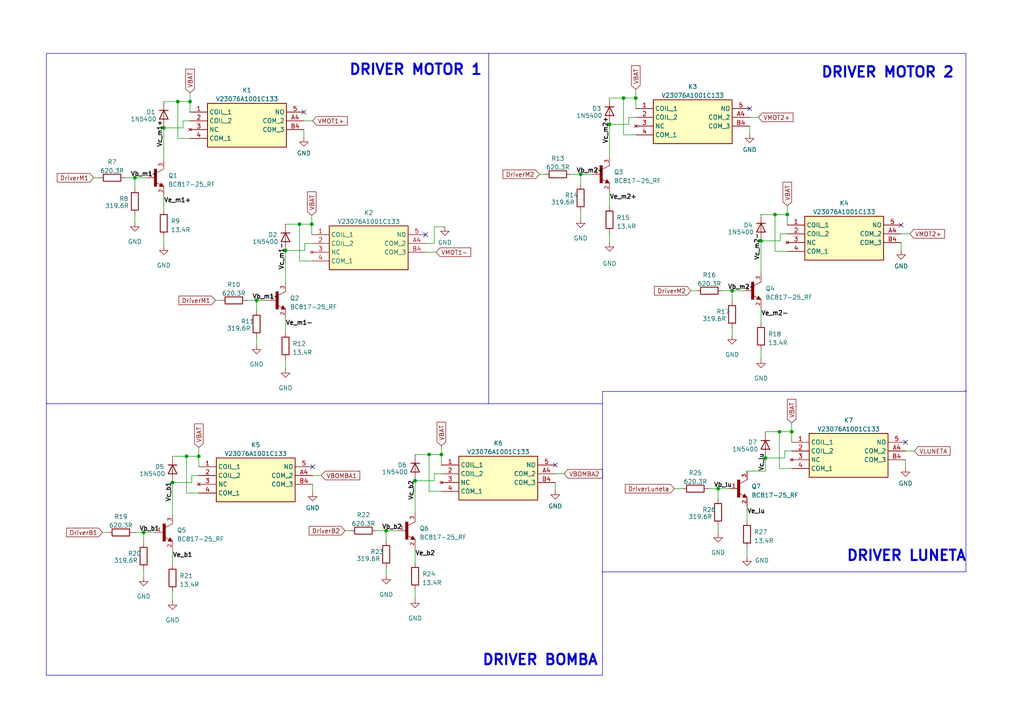
<source format=kicad_sch>
(kicad_sch (version 20230121) (generator eeschema)
  (paper "A4")
  (title_block (title "Projecte Netejaparabrises - Grup 4 Tarda") (date "2023-03-30") (rev "v1.0.30032023"))
  (lib_symbols
    (symbol "BC817-25_RF:BC817-25_RF" (pin_names (offset 1.016))
      (property "Reference" "Q" (at -10.16 7.62 0))
      (property "Value" "BC817-25_RF" (at -10.16 -7.62 0))
      (symbol "BC817-25_RF_0_0"
        (rectangle (start -0.254 -2.54) (end 0.508 2.54) (stroke (width 0.1)) (fill (type outline)))
        (polyline (pts (xy 1.27 -2.54) (xy 1.778 -1.524)) (stroke (width 0.1524)))
        (polyline (pts (xy 1.524 -2.413) (xy 2.286 -2.413)) (stroke (width 0.254)))
        (polyline (pts (xy 1.524 -2.286) (xy 1.905 -2.286)) (stroke (width 0.254)))
        (polyline (pts (xy 1.54 -2.04) (xy 0.308 -1.424)) (stroke (width 0.1524)))
        (polyline (pts (xy 1.778 -1.778) (xy 1.524 -2.286)) (stroke (width 0.254)))
        (polyline (pts (xy 1.778 -1.524) (xy 2.54 -2.54)) (stroke (width 0.1524)))
        (polyline (pts (xy 1.905 -2.286) (xy 1.778 -2.032)) (stroke (width 0.254)))
        (polyline (pts (xy 2.286 -2.413) (xy 1.778 -1.778)) (stroke (width 0.254)))
        (polyline (pts (xy 2.54 -2.54) (xy 1.27 -2.54)) (stroke (width 0.1524)))
        (polyline (pts (xy 2.54 2.54) (xy 0.508 1.524)) (stroke (width 0.1524)))
        (pin passive line (at -2.54 0 0) (length 2.54) (name "~") (number "1"))
        (pin passive line (at 2.54 -5.08 90) (length 2.54) (name "~") (number "2"))
        (pin passive line (at 2.54 5.08 270) (length 2.54) (name "~") (number "3"))
      )
    )
    (symbol "Device:R" (pin_numbers hide) (pin_names (offset 0))
      (property "Reference" "R" (at 2.032 0 90))
      (property "Value" "R" (at 0 0 90))
      (symbol "R_0_1"
        (rectangle (start -1.016 -2.54) (end 1.016 2.54) (stroke (width 0.254)))
      )
      (symbol "R_1_1"
        (pin passive line (at 0 3.81 270) (length 1.27) (name "~") (number "1"))
        (pin passive line (at 0 -3.81 90) (length 1.27) (name "~") (number "2"))
      )
    )
    (symbol "Diode:1N5400" (pin_numbers hide) (pin_names hide)
      (property "Reference" "D" (at 0 2.54 0))
      (property "Value" "1N5400" (at 0 -2.54 0))
      (symbol "1N5400_0_1"
        (polyline (pts (xy -1.27 1.27) (xy -1.27 -1.27)) (stroke (width 0.254)))
        (polyline (pts (xy 1.27 0) (xy -1.27 0)))
        (polyline (pts (xy 1.27 1.27) (xy 1.27 -1.27) (xy -1.27 0) (xy 1.27 1.27)) (stroke (width 0.254)))
      )
      (symbol "1N5400_1_1"
        (pin passive line (at -3.81 0 0) (length 2.54) (name "K") (number "1"))
        (pin passive line (at 3.81 0 180) (length 2.54) (name "A") (number "2"))
      )
    )
    (symbol "V23076A1001C133:V23076A1001C133"
      (property "Reference" "K" (at 29.21 7.62 0))
      (property "Value" "V23076A1001C133" (at 29.21 5.08 0))
      (symbol "V23076A1001C133_1_1"
        (rectangle (start 5.08 2.54) (end 27.94 -10.16) (stroke (width 0.254)) (fill (type background)))
        (pin passive line (at 0 0 0) (length 5.08) (name "COIL_1") (number "1"))
        (pin passive line (at 0 -2.54 0) (length 5.08) (name "COIL_2") (number "2"))
        (pin no_connect line (at 0 -5.08 0) (length 5.08) (name "NC") (number "3"))
        (pin passive line (at 0 -7.62 0) (length 5.08) (name "COM_1") (number "4"))
        (pin passive line (at 33.02 0 180) (length 5.08) (name "NO") (number "5"))
        (pin passive line (at 33.02 -2.54 180) (length 5.08) (name "COM_2") (number "A4"))
        (pin passive line (at 33.02 -5.08 180) (length 5.08) (name "COM_3") (number "B4"))
      )
    )
    (symbol "power:GND" (power) (pin_names (offset 0))
      (property "Value" "GND" (at 0 -3.81 0))
      (symbol "GND_0_1"
        (polyline (pts (xy 0 0) (xy 0 -1.27) (xy 1.27 -1.27) (xy 0 -2.54) (xy -1.27 -1.27) (xy 0 -1.27)))
      )
      (symbol "GND_1_1"
        (pin power_in line (at 0 0 270) (length 0) hide (name "GND") (number "1"))
      )
    )
  )
  (junction (at 55.118 29.464))
  (junction (at 128.016 131.826))
  (junction (at 57.658 132.334))
  (junction (at 221.996 132.842))
  (junction (at 39.116 51.562))
  (junction (at 82.804 72.644))
  (junction (at 226.06 125.222))
  (junction (at 229.616 125.222))
  (junction (at 112.014 153.924))
  (junction (at 224.79 62.23))
  (junction (at 74.422 87.122))
  (junction (at 120.396 139.446))
  (junction (at 208.28 141.732))
  (junction (at 41.656 154.432))
  (junction (at 220.726 69.85))
  (junction (at 51.562 29.464))
  (junction (at 168.402 50.546))
  (junction (at 228.346 62.23))
  (junction (at 50.038 139.954))
  (junction (at 124.46 131.826))
  (junction (at 90.424 65.024))
  (junction (at 54.102 132.334))
  (junction (at 184.404 28.448))
  (junction (at 47.498 37.084))
  (junction (at 176.784 36.068))
  (junction (at 180.848 28.448))
  (junction (at 86.868 65.024))
  (junction (at 212.344 84.328))
  (no_connect (at 90.678 135.382))
  (no_connect (at 161.036 134.874))
  (no_connect (at 123.444 68.072))
  (no_connect (at 261.366 65.278))
  (no_connect (at 217.424 31.496))
  (no_connect (at 88.138 32.512))
  (no_connect (at 262.636 128.27))
  (wire (pts (xy 50.038 132.334) (xy 54.102 132.334)))
  (wire (pts (xy 229.616 125.222) (xy 229.616 128.27)))
  (wire (pts (xy 90.678 140.462) (xy 90.678 142.748)))
  (wire (pts (xy 182.372 34.036) (xy 184.404 34.036)))
  (wire (pts (xy 226.314 69.85) (xy 226.314 67.818)))
  (wire (pts (xy 82.804 104.14) (xy 82.804 106.934)))
  (wire (pts (xy 226.06 125.222) (xy 229.616 125.222)))
  (wire (pts (xy 176.784 28.448) (xy 180.848 28.448)))
  (wire (pts (xy 176.784 67.564) (xy 176.784 70.358)))
  (wire (pts (xy 176.784 36.068) (xy 176.784 45.466)))
  (wire (pts (xy 47.498 37.084) (xy 47.498 46.482)))
  (wire (pts (xy 156.464 50.546) (xy 157.988 50.546)))
  (wire (pts (xy 86.868 75.692) (xy 86.868 65.024)))
  (polyline (pts (xy 174.752 165.862) (xy 174.752 165.608)))
  (wire (pts (xy 120.396 139.446) (xy 125.984 139.446)))
  (wire (pts (xy 82.804 92.202) (xy 82.804 96.52)))
  (wire (pts (xy 228.346 72.898) (xy 224.79 72.898)))
  (wire (pts (xy 216.662 136.652) (xy 221.996 136.652)))
  (wire (pts (xy 212.344 84.328) (xy 215.646 84.328)))
  (wire (pts (xy 180.848 28.448) (xy 184.404 28.448)))
  (wire (pts (xy 82.804 72.644) (xy 82.804 82.042)))
  (wire (pts (xy 112.014 164.592) (xy 112.014 166.878)))
  (wire (pts (xy 90.678 137.922) (xy 93.218 137.922)))
  (wire (pts (xy 88.392 70.612) (xy 90.424 70.612)))
  (polyline (pts (xy 13.462 117.094) (xy 13.462 195.834)))
  (wire (pts (xy 82.804 72.644) (xy 88.392 72.644)))
  (wire (pts (xy 229.616 122.682) (xy 229.616 125.222)))
  (wire (pts (xy 41.656 165.1) (xy 41.656 167.386)))
  (wire (pts (xy 228.346 59.69) (xy 228.346 62.23)))
  (wire (pts (xy 47.498 56.642) (xy 47.498 60.96)))
  (wire (pts (xy 176.784 36.068) (xy 182.372 36.068)))
  (wire (pts (xy 112.014 156.972) (xy 112.014 153.924)))
  (wire (pts (xy 125.984 65.786) (xy 129.032 65.786)))
  (wire (pts (xy 55.626 139.954) (xy 55.626 137.922)))
  (polyline (pts (xy 141.732 117.094) (xy 13.462 117.094)))
  (wire (pts (xy 212.344 94.996) (xy 212.344 97.282)))
  (wire (pts (xy 55.626 137.922) (xy 57.658 137.922)))
  (wire (pts (xy 120.396 170.942) (xy 120.396 173.736)))
  (wire (pts (xy 86.868 65.024) (xy 90.424 65.024)))
  (wire (pts (xy 109.22 153.924) (xy 112.014 153.924)))
  (wire (pts (xy 176.784 55.626) (xy 176.784 59.944)))
  (wire (pts (xy 128.016 142.494) (xy 124.46 142.494)))
  (wire (pts (xy 182.372 36.068) (xy 182.372 34.036)))
  (wire (pts (xy 128.016 131.826) (xy 128.016 134.874)))
  (wire (pts (xy 261.366 67.818) (xy 263.906 67.818)))
  (wire (pts (xy 47.498 68.58) (xy 47.498 71.374)))
  (wire (pts (xy 120.396 131.826) (xy 124.46 131.826)))
  (wire (pts (xy 123.444 70.612) (xy 125.984 70.612)))
  (wire (pts (xy 161.036 139.954) (xy 161.036 142.24)))
  (wire (pts (xy 38.862 154.432) (xy 41.656 154.432)))
  (wire (pts (xy 168.402 53.594) (xy 168.402 50.546)))
  (polyline (pts (xy 13.462 117.094) (xy 13.462 116.586)))
  (wire (pts (xy 41.656 157.48) (xy 41.656 154.432)))
  (wire (pts (xy 29.718 154.432) (xy 31.242 154.432)))
  (wire (pts (xy 224.79 62.23) (xy 228.346 62.23)))
  (wire (pts (xy 200.406 84.328) (xy 201.93 84.328)))
  (polyline (pts (xy 280.162 165.862) (xy 174.752 165.862)))
  (wire (pts (xy 100.076 153.924) (xy 101.6 153.924)))
  (wire (pts (xy 39.116 62.23) (xy 39.116 64.516)))
  (wire (pts (xy 261.366 70.358) (xy 261.366 72.644)))
  (wire (pts (xy 205.486 141.732) (xy 208.28 141.732)))
  (wire (pts (xy 226.314 67.818) (xy 228.346 67.818)))
  (wire (pts (xy 220.726 69.85) (xy 220.726 79.248)))
  (wire (pts (xy 50.038 159.512) (xy 50.038 163.83)))
  (wire (pts (xy 168.402 50.546) (xy 171.704 50.546)))
  (wire (pts (xy 195.58 141.732) (xy 197.866 141.732)))
  (wire (pts (xy 221.996 132.842) (xy 227.584 132.842)))
  (polyline (pts (xy 280.162 15.494) (xy 280.162 113.538)))
  (wire (pts (xy 47.498 37.084) (xy 53.086 37.084)))
  (wire (pts (xy 216.662 146.812) (xy 216.662 151.13)))
  (wire (pts (xy 39.116 54.61) (xy 39.116 51.562)))
  (wire (pts (xy 120.396 159.004) (xy 120.396 163.322)))
  (wire (pts (xy 53.086 35.052) (xy 55.118 35.052)))
  (wire (pts (xy 262.636 130.81) (xy 265.176 130.81)))
  (wire (pts (xy 57.658 129.794) (xy 57.658 132.334)))
  (wire (pts (xy 212.344 87.376) (xy 212.344 84.328)))
  (wire (pts (xy 41.656 154.432) (xy 44.958 154.432)))
  (wire (pts (xy 216.662 158.75) (xy 216.662 161.544)))
  (wire (pts (xy 217.424 36.576) (xy 217.424 38.862)))
  (wire (pts (xy 220.726 69.85) (xy 226.314 69.85)))
  (wire (pts (xy 90.424 75.692) (xy 86.868 75.692)))
  (wire (pts (xy 124.46 131.826) (xy 128.016 131.826)))
  (wire (pts (xy 220.726 62.23) (xy 224.79 62.23)))
  (wire (pts (xy 27.178 51.562) (xy 28.702 51.562)))
  (wire (pts (xy 90.424 62.484) (xy 90.424 65.024)))
  (polyline (pts (xy 141.732 117.094) (xy 141.986 117.094)))
  (polyline (pts (xy 141.732 15.494) (xy 141.732 117.094)))
  (polyline (pts (xy 13.462 15.494) (xy 13.462 117.094)))
  (polyline (pts (xy 280.162 113.538) (xy 280.162 165.862)))
  (wire (pts (xy 208.28 152.4) (xy 208.28 154.686)))
  (wire (pts (xy 51.562 29.464) (xy 55.118 29.464)))
  (wire (pts (xy 227.584 132.842) (xy 227.584 130.81)))
  (wire (pts (xy 50.038 139.954) (xy 50.038 149.352)))
  (wire (pts (xy 220.726 101.346) (xy 220.726 104.14)))
  (wire (pts (xy 262.636 133.35) (xy 262.636 135.636)))
  (wire (pts (xy 54.102 143.002) (xy 54.102 132.334)))
  (polyline (pts (xy 174.752 113.538) (xy 280.162 113.538)))
  (wire (pts (xy 165.608 50.546) (xy 168.402 50.546)))
  (wire (pts (xy 221.996 125.222) (xy 226.06 125.222)))
  (wire (pts (xy 226.06 135.89) (xy 226.06 125.222)))
  (wire (pts (xy 112.014 153.924) (xy 115.316 153.924)))
  (polyline (pts (xy 13.462 195.834) (xy 174.752 195.834)))
  (wire (pts (xy 57.658 132.334) (xy 57.658 135.382)))
  (wire (pts (xy 62.484 87.122) (xy 64.008 87.122)))
  (wire (pts (xy 217.424 34.036) (xy 219.964 34.036)))
  (wire (pts (xy 88.392 72.644) (xy 88.392 70.612)))
  (wire (pts (xy 209.55 84.328) (xy 212.344 84.328)))
  (wire (pts (xy 54.102 132.334) (xy 57.658 132.334)))
  (wire (pts (xy 224.79 72.898) (xy 224.79 62.23)))
  (wire (pts (xy 208.28 144.78) (xy 208.28 141.732)))
  (wire (pts (xy 50.038 139.954) (xy 55.626 139.954)))
  (wire (pts (xy 180.848 39.116) (xy 180.848 28.448)))
  (polyline (pts (xy 280.162 113.538) (xy 280.162 113.03)))
  (wire (pts (xy 184.404 28.448) (xy 184.404 31.496)))
  (wire (pts (xy 227.584 130.81) (xy 229.616 130.81)))
  (wire (pts (xy 228.346 62.23) (xy 228.346 65.278)))
  (wire (pts (xy 123.444 73.152) (xy 126.492 73.152)))
  (wire (pts (xy 125.984 139.446) (xy 125.984 137.414)))
  (wire (pts (xy 53.086 37.084) (xy 53.086 35.052)))
  (wire (pts (xy 71.628 87.122) (xy 74.422 87.122)))
  (wire (pts (xy 90.424 65.024) (xy 90.424 68.072)))
  (wire (pts (xy 36.322 51.562) (xy 39.116 51.562)))
  (wire (pts (xy 125.984 70.612) (xy 125.984 65.786)))
  (wire (pts (xy 47.498 29.464) (xy 51.562 29.464)))
  (wire (pts (xy 184.404 39.116) (xy 180.848 39.116)))
  (wire (pts (xy 161.036 137.414) (xy 163.576 137.414)))
  (wire (pts (xy 39.116 51.562) (xy 42.418 51.562)))
  (wire (pts (xy 220.726 89.408) (xy 220.726 93.726)))
  (wire (pts (xy 55.118 40.132) (xy 51.562 40.132)))
  (polyline (pts (xy 141.986 117.094) (xy 174.752 117.094)))
  (wire (pts (xy 208.28 141.732) (xy 211.582 141.732)))
  (wire (pts (xy 82.804 65.024) (xy 86.868 65.024)))
  (wire (pts (xy 120.396 139.446) (xy 120.396 148.844)))
  (wire (pts (xy 74.422 90.17) (xy 74.422 87.122)))
  (wire (pts (xy 124.46 142.494) (xy 124.46 131.826)))
  (polyline (pts (xy 13.462 15.494) (xy 280.162 15.494)))
  (wire (pts (xy 74.422 87.122) (xy 77.724 87.122)))
  (wire (pts (xy 229.616 135.89) (xy 226.06 135.89)))
  (wire (pts (xy 55.118 29.464) (xy 55.118 32.512)))
  (polyline (pts (xy 174.752 195.834) (xy 174.752 113.538)))
  (wire (pts (xy 184.404 25.908) (xy 184.404 28.448)))
  (wire (pts (xy 88.138 35.052) (xy 90.678 35.052)))
  (wire (pts (xy 221.996 136.652) (xy 221.996 132.842)))
  (wire (pts (xy 57.658 143.002) (xy 54.102 143.002)))
  (wire (pts (xy 51.562 40.132) (xy 51.562 29.464)))
  (wire (pts (xy 128.016 129.286) (xy 128.016 131.826)))
  (wire (pts (xy 55.118 26.924) (xy 55.118 29.464)))
  (wire (pts (xy 74.422 97.79) (xy 74.422 100.076)))
  (wire (pts (xy 168.402 61.214) (xy 168.402 63.5)))
  (wire (pts (xy 50.038 171.45) (xy 50.038 174.244)))
  (wire (pts (xy 125.984 137.414) (xy 128.016 137.414)))
  (wire (pts (xy 88.138 37.592) (xy 88.138 39.878)))
  (text "DRIVER MOTOR 1" (at 101.092 22.098 0) (effects (font (size 3 3) (thickness 0.6) bold) (justify left bottom)))
  (text "DRIVER BOMBA" (at 139.7 193.294 0) (effects (font (size 3 3) bold) (justify left bottom)))
  (text "DRIVER LUNETA" (at 245.364 163.068 0) (effects (font (size 3 3) bold) (justify left bottom)))
  (text "DRIVER MOTOR 2\n" (at 237.998 22.86 0) (effects (font (size 3 3) (thickness 0.6) bold) (justify left bottom)))
  (label "Ve_m1-" (at 82.804 94.742 0) (effects (font bold)))
  (label "Ve_b2" (at 120.396 161.544 0) (effects (font bold)))
  (label "Vc_m2-" (at 220.726 75.438 90) (effects (font bold)))
  (label "Vc_m1+" (at 47.498 42.672 90) (effects (font bold)))
  (label "Vb_m2+" (at 167.132 50.546 0) (effects (font bold)))
  (label "Vb_m1+" (at 37.846 51.562 0) (effects (font bold)))
  (label "Ve_lu" (at 216.662 149.352 0) (effects (font bold)))
  (label "Vc_m1-" (at 82.804 78.232 90) (effects (font bold)))
  (label "Vc_b2" (at 120.396 145.034 90) (effects (font bold)))
  (label "Ve_m1+" (at 47.498 59.182 0) (effects (font bold)))
  (label "Vc_lu" (at 221.996 136.652 90) (effects (font bold)))
  (label "Vb_m2-" (at 211.074 84.328 0) (effects (font bold)))
  (label "Vc_b1" (at 50.038 145.542 90) (effects (font bold)))
  (label "Vb_b1" (at 40.386 154.432 0) (effects (font bold)))
  (label "Vc_m2+" (at 176.784 41.656 90) (effects (font bold)))
  (label "Ve_b1" (at 50.038 162.052 0) (effects (font bold)))
  (label "Vb_m1-" (at 73.152 87.122 0) (effects (font bold)))
  (label "Ve_m2+" (at 176.784 58.166 0) (effects (font bold)))
  (label "Vb_b2" (at 110.744 153.924 0) (effects (font bold)))
  (label "Ve_m2-" (at 220.726 91.948 0) (effects (font bold)))
  (label "Vb_lu" (at 207.01 141.732 0) (effects (font bold)))
  (global_label "DriverM1" (shape input) (at 62.484 87.122 180) (property "Intersheetrefs" "${INTERSHEET_REFS}" (effects hide)))
  (global_label "VMOT2+" (shape input) (at 219.964 34.036 0) (property "Intersheetrefs" "${INTERSHEET_REFS}" (effects hide)))
  (global_label "VBAT" (shape input) (at 128.016 129.286 90) (property "Intersheetrefs" "${INTERSHEET_REFS}" (effects hide)))
  (global_label "VMOT1+" (shape input) (at 90.678 35.052 0) (property "Intersheetrefs" "${INTERSHEET_REFS}" (effects hide)))
  (global_label "VBOMBA1" (shape input) (at 93.218 137.922 0) (property "Intersheetrefs" "${INTERSHEET_REFS}" (effects hide)))
  (global_label "DriverLuneta" (shape input) (at 195.58 141.732 180) (property "Intersheetrefs" "${INTERSHEET_REFS}" (effects hide)))
  (global_label "VBAT" (shape input) (at 90.424 62.484 90) (property "Intersheetrefs" "${INTERSHEET_REFS}" (effects hide)))
  (global_label "VBAT" (shape input) (at 228.346 59.69 90) (property "Intersheetrefs" "${INTERSHEET_REFS}" (effects hide)))
  (global_label "VMOT1-" (shape input) (at 126.492 73.152 0) (property "Intersheetrefs" "${INTERSHEET_REFS}" (effects hide)))
  (global_label "VBOMBA2" (shape input) (at 163.576 137.414 0) (property "Intersheetrefs" "${INTERSHEET_REFS}" (effects hide)))
  (global_label "DriverM2" (shape input) (at 200.406 84.328 180) (property "Intersheetrefs" "${INTERSHEET_REFS}" (effects hide)))
  (global_label "VBAT" (shape input) (at 57.658 129.794 90) (property "Intersheetrefs" "${INTERSHEET_REFS}" (effects hide)))
  (global_label "DriverB2" (shape input) (at 100.076 153.924 180) (property "Intersheetrefs" "${INTERSHEET_REFS}" (effects hide)))
  (global_label "VMOT2+" (shape input) (at 263.906 67.818 0) (property "Intersheetrefs" "${INTERSHEET_REFS}" (effects hide)))
  (global_label "VBAT" (shape input) (at 184.404 25.908 90) (property "Intersheetrefs" "${INTERSHEET_REFS}" (effects hide)))
  (global_label "VBAT" (shape input) (at 229.616 122.682 90) (property "Intersheetrefs" "${INTERSHEET_REFS}" (effects hide)))
  (global_label "VBAT" (shape input) (at 55.118 26.924 90) (property "Intersheetrefs" "${INTERSHEET_REFS}" (effects hide)))
  (global_label "VLUNETA" (shape input) (at 265.176 130.81 0) (property "Intersheetrefs" "${INTERSHEET_REFS}" (effects hide)))
  (global_label "DriverM2" (shape input) (at 156.464 50.546 180) (property "Intersheetrefs" "${INTERSHEET_REFS}" (effects hide)))
  (global_label "DriverM1" (shape input) (at 27.178 51.562 180) (property "Intersheetrefs" "${INTERSHEET_REFS}" (effects hide)))
  (global_label "DriverB1" (shape input) (at 29.718 154.432 180) (property "Intersheetrefs" "${INTERSHEET_REFS}" (effects hide)))
  (symbol (lib_id "power:GND") (at 176.784 70.358 0) (unit 1)
    (property "Reference" "#PWR031" (effects hide))
    (property "Value" "GND" (at 176.784 76.454 0))
  )
  (symbol (lib_id "power:GND") (at 50.038 174.244 0) (unit 1)
    (property "Reference" "#PWR037" (effects hide))
    (property "Value" "GND" (at 50.038 179.832 0))
  )
  (symbol (lib_id "power:GND") (at 39.116 64.516 0) (unit 1)
    (property "Reference" "#PWR026" (effects hide))
    (property "Value" "GND" (at 39.116 70.104 0))
  )
  (symbol (lib_id "BC817-25_RF:BC817-25_RF") (at 80.264 87.122 0) (unit 1)
    (property "Reference" "Q2" (at 84.074 86.487 0) (effects (justify left)))
    (property "Value" "BC817-25_RF" (at 84.074 89.027 0) (effects (justify left)))
    (property "Footprint" "SOT95P237X112-3N" (effects hide))
    (property "MAXIMUM_PACKAGE_HEIGHT" "1.12mm" (effects hide))
    (property "PARTREV" "I2001" (effects hide))
    (property "STANDARD" "IPC 7351B" (effects hide))
    (property "MANUFACTURER" "Taiwan Semiconductor" (effects hide))
  )
  (symbol (lib_id "BC817-25_RF:BC817-25_RF") (at 47.498 154.432 0) (unit 1)
    (property "Reference" "Q5" (at 51.308 153.797 0) (effects (justify left)))
    (property "Value" "BC817-25_RF" (at 51.308 156.337 0) (effects (justify left)))
    (property "Footprint" "SOT95P237X112-3N" (effects hide))
    (property "MAXIMUM_PACKAGE_HEIGHT" "1.12mm" (effects hide))
    (property "PARTREV" "I2001" (effects hide))
    (property "STANDARD" "IPC 7351B" (effects hide))
    (property "MANUFACTURER" "Taiwan Semiconductor" (effects hide))
  )
  (symbol (lib_id "V23076A1001C133:V23076A1001C133") (at 57.658 135.382 0) (unit 1)
    (property "Reference" "K5" (at 74.168 129.032 0))
    (property "Value" "V23076A1001C133" (at 74.168 131.572 0))
    (property "Footprint" "V23076A1001C133" (effects hide))
    (property "Datasheet" "https://componentsearchengine.com/Datasheets/2/V23076A1001C133.pdf" (effects hide))
    (property "Height" "21.5" (effects hide))
    (property "Manufacturer_Name" "TE Connectivity" (effects hide))
    (property "Manufacturer_Part_Number" "V23076A1001C133" (effects hide))
    (property "Mouser Part Number" "571-V23076A1001C133" (effects hide))
    (property "Mouser Price/Stock" "https://www.mouser.co.uk/ProductDetail/TE-Connectivity-AMP/V23076A1001C133?qs=CUfic%2FGsH5A8P1ALtscaeA%3D%3D" (effects hide))
    (property "Arrow Part Number" "V23076A1001C133" (effects hide))
    (property "Arrow Price/Stock" "https://www.arrow.com/en/products/v23076a1001c133/te-connectivity" (effects hide))
  )
  (symbol (lib_id "BC817-25_RF:BC817-25_RF") (at 214.122 141.732 0) (unit 1)
    (property "Reference" "Q7" (at 217.932 141.097 0) (effects (justify left)))
    (property "Value" "BC817-25_RF" (at 217.932 143.637 0) (effects (justify left)))
    (property "Footprint" "SOT95P237X112-3N" (effects hide))
    (property "MAXIMUM_PACKAGE_HEIGHT" "1.12mm" (effects hide))
    (property "PARTREV" "I2001" (effects hide))
    (property "STANDARD" "IPC 7351B" (effects hide))
    (property "MANUFACTURER" "Taiwan Semiconductor" (effects hide))
  )
  (symbol (lib_id "Device:R") (at 220.726 97.536 180) (unit 1)
    (property "Reference" "R18" (at 222.758 96.901 0) (effects (justify right)))
    (property "Value" "13.4R" (at 222.758 99.441 0) (effects (justify right)))
  )
  (symbol (lib_id "BC817-25_RF:BC817-25_RF") (at 218.186 84.328 0) (unit 1)
    (property "Reference" "Q4" (at 221.996 83.693 0) (effects (justify left)))
    (property "Value" "BC817-25_RF" (at 221.996 86.233 0) (effects (justify left)))
    (property "Footprint" "SOT95P237X112-3N" (effects hide))
    (property "MAXIMUM_PACKAGE_HEIGHT" "1.12mm" (effects hide))
    (property "PARTREV" "I2001" (effects hide))
    (property "STANDARD" "IPC 7351B" (effects hide))
    (property "MANUFACTURER" "Taiwan Semiconductor" (effects hide))
  )
  (symbol (lib_id "Device:R") (at 74.422 93.98 180) (unit 1)
    (property "Reference" "R11" (at 69.85 93.218 0) (effects (justify right)))
    (property "Value" "319.6R" (at 65.786 95.25 0) (effects (justify right)))
  )
  (symbol (lib_id "Device:R") (at 39.116 58.42 180) (unit 1)
    (property "Reference" "R8" (at 34.544 57.658 0) (effects (justify right)))
    (property "Value" "319.6R" (at 30.48 59.69 0) (effects (justify right)))
  )
  (symbol (lib_id "Device:R") (at 35.052 154.432 90) (unit 1)
    (property "Reference" "R19" (at 35.052 149.86 90))
    (property "Value" "620.3R" (at 35.052 152.4 90))
  )
  (symbol (lib_id "V23076A1001C133:V23076A1001C133") (at 128.016 134.874 0) (unit 1)
    (property "Reference" "K6" (at 144.526 128.524 0))
    (property "Value" "V23076A1001C133" (at 144.526 131.064 0))
    (property "Footprint" "V23076A1001C133" (effects hide))
    (property "Datasheet" "https://componentsearchengine.com/Datasheets/2/V23076A1001C133.pdf" (effects hide))
    (property "Height" "21.5" (effects hide))
    (property "Manufacturer_Name" "TE Connectivity" (effects hide))
    (property "Manufacturer_Part_Number" "V23076A1001C133" (effects hide))
    (property "Mouser Part Number" "571-V23076A1001C133" (effects hide))
    (property "Mouser Price/Stock" "https://www.mouser.co.uk/ProductDetail/TE-Connectivity-AMP/V23076A1001C133?qs=CUfic%2FGsH5A8P1ALtscaeA%3D%3D" (effects hide))
    (property "Arrow Part Number" "V23076A1001C133" (effects hide))
    (property "Arrow Price/Stock" "https://www.arrow.com/en/products/v23076a1001c133/te-connectivity" (effects hide))
  )
  (symbol (lib_id "power:GND") (at 217.424 38.862 0) (unit 1)
    (property "Reference" "#PWR032" (effects hide))
    (property "Value" "GND" (at 217.424 43.434 0))
  )
  (symbol (lib_id "power:GND") (at 261.366 72.644 0) (unit 1)
    (property "Reference" "#PWR035" (effects hide))
    (property "Value" "GND" (at 261.366 77.216 0))
  )
  (symbol (lib_id "power:GND") (at 74.422 100.076 0) (unit 1)
    (property "Reference" "#PWR025" (effects hide))
    (property "Value" "GND" (at 74.422 105.664 0))
  )
  (symbol (lib_id "power:GND") (at 47.498 71.374 0) (unit 1)
    (property "Reference" "#PWR027" (effects hide))
    (property "Value" "GND" (at 47.498 76.962 0))
  )
  (symbol (lib_id "power:GND") (at 208.28 154.686 0) (unit 1)
    (property "Reference" "#PWR017" (effects hide))
    (property "Value" "GND" (at 208.28 160.274 0))
  )
  (symbol (lib_id "V23076A1001C133:V23076A1001C133") (at 55.118 32.512 0) (unit 1)
    (property "Reference" "K1" (at 71.628 26.162 0))
    (property "Value" "V23076A1001C133" (at 71.628 28.702 0))
    (property "Footprint" "V23076A1001C133" (effects hide))
    (property "Datasheet" "https://componentsearchengine.com/Datasheets/2/V23076A1001C133.pdf" (effects hide))
    (property "Height" "21.5" (effects hide))
    (property "Manufacturer_Name" "TE Connectivity" (effects hide))
    (property "Manufacturer_Part_Number" "V23076A1001C133" (effects hide))
    (property "Mouser Part Number" "571-V23076A1001C133" (effects hide))
    (property "Mouser Price/Stock" "https://www.mouser.co.uk/ProductDetail/TE-Connectivity-AMP/V23076A1001C133?qs=CUfic%2FGsH5A8P1ALtscaeA%3D%3D" (effects hide))
    (property "Arrow Part Number" "V23076A1001C133" (effects hide))
    (property "Arrow Price/Stock" "https://www.arrow.com/en/products/v23076a1001c133/te-connectivity" (effects hide))
  )
  (symbol (lib_id "Device:R") (at 82.804 100.33 180) (unit 1)
    (property "Reference" "R12" (at 84.836 99.695 0) (effects (justify right)))
    (property "Value" "13.4R" (at 84.836 102.235 0) (effects (justify right)))
  )
  (symbol (lib_id "BC817-25_RF:BC817-25_RF") (at 44.958 51.562 0) (unit 1)
    (property "Reference" "Q1" (at 48.768 50.927 0) (effects (justify left)))
    (property "Value" "BC817-25_RF" (at 48.768 53.467 0) (effects (justify left)))
    (property "Footprint" "SOT95P237X112-3N" (effects hide))
    (property "MAXIMUM_PACKAGE_HEIGHT" "1.12mm" (effects hide))
    (property "PARTREV" "I2001" (effects hide))
    (property "STANDARD" "IPC 7351B" (effects hide))
    (property "MANUFACTURER" "Taiwan Semiconductor" (effects hide))
  )
  (symbol (lib_id "Device:R") (at 216.662 154.94 180) (unit 1)
    (property "Reference" "R27" (at 218.694 154.305 0) (effects (justify right)))
    (property "Value" "13.4R" (at 218.694 156.845 0) (effects (justify right)))
  )
  (symbol (lib_id "Device:R") (at 208.28 148.59 180) (unit 1)
    (property "Reference" "R26" (at 203.708 147.828 0) (effects (justify right)))
    (property "Value" "319.6R" (at 199.644 149.86 0) (effects (justify right)))
  )
  (symbol (lib_id "Diode:1N5400") (at 120.396 135.636 270) (unit 1)
    (property "Reference" "D6" (at 115.316 134.874 90) (effects (justify left)))
    (property "Value" "1N5400" (at 110.744 136.906 90) (effects (justify left)))
    (property "Footprint" "Diode_THT:D_DO-201AD_P15.24mm_Horizontal" (effects hide))
    (property "Datasheet" "http://www.vishay.com/docs/88516/1n5400.pdf" (effects hide))
    (property "Sim.Device" "D" (effects hide))
    (property "Sim.Pins" "1=K 2=A" (effects hide))
  )
  (symbol (lib_id "Device:R") (at 41.656 161.29 180) (unit 1)
    (property "Reference" "R20" (at 37.084 160.528 0) (effects (justify right)))
    (property "Value" "319.6R" (at 33.02 162.56 0) (effects (justify right)))
  )
  (symbol (lib_id "Diode:1N5400") (at 47.498 33.274 270) (unit 1)
    (property "Reference" "D1" (at 42.418 32.512 90) (effects (justify left)))
    (property "Value" "1N5400" (at 37.846 34.544 90) (effects (justify left)))
    (property "Footprint" "Diode_THT:D_DO-201AD_P15.24mm_Horizontal" (effects hide))
    (property "Datasheet" "http://www.vishay.com/docs/88516/1n5400.pdf" (effects hide))
    (property "Sim.Device" "D" (effects hide))
    (property "Sim.Pins" "1=K 2=A" (effects hide))
  )
  (symbol (lib_id "V23076A1001C133:V23076A1001C133") (at 229.616 128.27 0) (unit 1)
    (property "Reference" "K7" (at 246.126 121.92 0))
    (property "Value" "V23076A1001C133" (at 246.126 124.46 0))
    (property "Footprint" "V23076A1001C133" (effects hide))
    (property "Datasheet" "https://componentsearchengine.com/Datasheets/2/V23076A1001C133.pdf" (effects hide))
    (property "Height" "21.5" (effects hide))
    (property "Manufacturer_Name" "TE Connectivity" (effects hide))
    (property "Manufacturer_Part_Number" "V23076A1001C133" (effects hide))
    (property "Mouser Part Number" "571-V23076A1001C133" (effects hide))
    (property "Mouser Price/Stock" "https://www.mouser.co.uk/ProductDetail/TE-Connectivity-AMP/V23076A1001C133?qs=CUfic%2FGsH5A8P1ALtscaeA%3D%3D" (effects hide))
    (property "Arrow Part Number" "V23076A1001C133" (effects hide))
    (property "Arrow Price/Stock" "https://www.arrow.com/en/products/v23076a1001c133/te-connectivity" (effects hide))
  )
  (symbol (lib_id "power:GND") (at 262.636 135.636 0) (unit 1)
    (property "Reference" "#PWR019" (effects hide))
    (property "Value" "GND" (at 262.636 140.208 0))
  )
  (symbol (lib_id "Device:R") (at 161.798 50.546 90) (unit 1)
    (property "Reference" "R13" (at 161.798 45.974 90))
    (property "Value" "620.3R" (at 161.798 48.514 90))
  )
  (symbol (lib_id "power:GND") (at 112.014 166.878 0) (unit 1)
    (property "Reference" "#PWR039" (effects hide))
    (property "Value" "GND" (at 112.014 172.466 0))
  )
  (symbol (lib_id "power:GND") (at 220.726 104.14 0) (unit 1)
    (property "Reference" "#PWR034" (effects hide))
    (property "Value" "GND" (at 220.726 109.728 0))
  )
  (symbol (lib_id "Diode:1N5400") (at 220.726 66.04 270) (unit 1)
    (property "Reference" "D4" (at 215.646 65.278 90) (effects (justify left)))
    (property "Value" "1N5400" (at 211.074 67.31 90) (effects (justify left)))
    (property "Footprint" "Diode_THT:D_DO-201AD_P15.24mm_Horizontal" (effects hide))
    (property "Datasheet" "http://www.vishay.com/docs/88516/1n5400.pdf" (effects hide))
    (property "Sim.Device" "D" (effects hide))
    (property "Sim.Pins" "1=K 2=A" (effects hide))
  )
  (symbol (lib_id "Device:R") (at 67.818 87.122 90) (unit 1)
    (property "Reference" "R10" (at 67.818 82.55 90))
    (property "Value" "620.3R" (at 67.818 85.09 90))
  )
  (symbol (lib_id "Device:R") (at 112.014 160.782 180) (unit 1)
    (property "Reference" "R23" (at 107.442 160.02 0) (effects (justify right)))
    (property "Value" "319.6R" (at 103.378 162.052 0) (effects (justify right)))
  )
  (symbol (lib_id "power:GND") (at 120.396 173.736 0) (unit 1)
    (property "Reference" "#PWR040" (effects hide))
    (property "Value" "GND" (at 120.396 179.324 0))
  )
  (symbol (lib_id "Diode:1N5400") (at 50.038 136.144 270) (unit 1)
    (property "Reference" "D5" (at 44.958 135.382 90) (effects (justify left)))
    (property "Value" "1N5400" (at 40.386 137.414 90) (effects (justify left)))
    (property "Footprint" "Diode_THT:D_DO-201AD_P15.24mm_Horizontal" (effects hide))
    (property "Datasheet" "http://www.vishay.com/docs/88516/1n5400.pdf" (effects hide))
    (property "Sim.Device" "D" (effects hide))
    (property "Sim.Pins" "1=K 2=A" (effects hide))
  )
  (symbol (lib_id "power:GND") (at 212.344 97.282 0) (unit 1)
    (property "Reference" "#PWR033" (effects hide))
    (property "Value" "GND" (at 212.344 102.87 0))
  )
  (symbol (lib_id "Diode:1N5400") (at 221.996 129.032 270) (unit 1)
    (property "Reference" "D7" (at 216.916 128.27 90) (effects (justify left)))
    (property "Value" "1N5400" (at 212.344 130.302 90) (effects (justify left)))
    (property "Footprint" "Diode_THT:D_DO-201AD_P15.24mm_Horizontal" (effects hide))
    (property "Datasheet" "http://www.vishay.com/docs/88516/1n5400.pdf" (effects hide))
    (property "Sim.Device" "D" (effects hide))
    (property "Sim.Pins" "1=K 2=A" (effects hide))
  )
  (symbol (lib_id "power:GND") (at 88.138 39.878 0) (unit 1)
    (property "Reference" "#PWR013" (effects hide))
    (property "Value" "GND" (at 88.138 44.45 0))
  )
  (symbol (lib_id "Device:R") (at 120.396 167.132 180) (unit 1)
    (property "Reference" "R24" (at 122.428 166.497 0) (effects (justify right)))
    (property "Value" "13.4R" (at 122.428 169.037 0) (effects (justify right)))
  )
  (symbol (lib_id "Device:R") (at 168.402 57.404 180) (unit 1)
    (property "Reference" "R14" (at 163.83 56.642 0) (effects (justify right)))
    (property "Value" "319.6R" (at 159.766 58.674 0) (effects (justify right)))
  )
  (symbol (lib_id "Device:R") (at 176.784 63.754 180) (unit 1)
    (property "Reference" "R15" (at 178.816 63.119 0) (effects (justify right)))
    (property "Value" "13.4R" (at 178.816 65.659 0) (effects (justify right)))
  )
  (symbol (lib_id "power:GND") (at 90.678 142.748 0) (unit 1)
    (property "Reference" "#PWR038" (effects hide))
    (property "Value" "GND" (at 90.678 147.32 0))
  )
  (symbol (lib_id "Device:R") (at 47.498 64.77 180) (unit 1)
    (property "Reference" "R9" (at 49.53 64.135 0) (effects (justify right)))
    (property "Value" "13.4R" (at 49.53 66.675 0) (effects (justify right)))
  )
  (symbol (lib_id "power:GND") (at 129.032 65.786 0) (unit 1)
    (property "Reference" "#PWR029" (effects hide))
    (property "Value" "GND" (at 129.032 70.358 0))
  )
  (symbol (lib_id "power:GND") (at 41.656 167.386 0) (unit 1)
    (property "Reference" "#PWR036" (effects hide))
    (property "Value" "GND" (at 41.656 172.974 0))
  )
  (symbol (lib_id "Device:R") (at 212.344 91.186 180) (unit 1)
    (property "Reference" "R17" (at 207.772 90.424 0) (effects (justify right)))
    (property "Value" "319.6R" (at 203.708 92.456 0) (effects (justify right)))
  )
  (symbol (lib_id "BC817-25_RF:BC817-25_RF") (at 117.856 153.924 0) (unit 1)
    (property "Reference" "Q6" (at 121.666 153.289 0) (effects (justify left)))
    (property "Value" "BC817-25_RF" (at 121.666 155.829 0) (effects (justify left)))
    (property "Footprint" "SOT95P237X112-3N" (effects hide))
    (property "MAXIMUM_PACKAGE_HEIGHT" "1.12mm" (effects hide))
    (property "PARTREV" "I2001" (effects hide))
    (property "STANDARD" "IPC 7351B" (effects hide))
    (property "MANUFACTURER" "Taiwan Semiconductor" (effects hide))
  )
  (symbol (lib_id "Diode:1N5400") (at 176.784 32.258 270) (unit 1)
    (property "Reference" "D3" (at 171.704 31.496 90) (effects (justify left)))
    (property "Value" "1N5400" (at 167.132 33.528 90) (effects (justify left)))
    (property "Footprint" "Diode_THT:D_DO-201AD_P15.24mm_Horizontal" (effects hide))
    (property "Datasheet" "http://www.vishay.com/docs/88516/1n5400.pdf" (effects hide))
    (property "Sim.Device" "D" (effects hide))
    (property "Sim.Pins" "1=K 2=A" (effects hide))
  )
  (symbol (lib_id "BC817-25_RF:BC817-25_RF") (at 174.244 50.546 0) (unit 1)
    (property "Reference" "Q3" (at 178.054 49.911 0) (effects (justify left)))
    (property "Value" "BC817-25_RF" (at 178.054 52.451 0) (effects (justify left)))
    (property "Footprint" "SOT95P237X112-3N" (effects hide))
    (property "MAXIMUM_PACKAGE_HEIGHT" "1.12mm" (effects hide))
    (property "PARTREV" "I2001" (effects hide))
    (property "STANDARD" "IPC 7351B" (effects hide))
    (property "MANUFACTURER" "Taiwan Semiconductor" (effects hide))
  )
  (symbol (lib_id "power:GND") (at 216.662 161.544 0) (unit 1)
    (property "Reference" "#PWR018" (effects hide))
    (property "Value" "GND" (at 220.98 162.56 0))
  )
  (symbol (lib_id "V23076A1001C133:V23076A1001C133") (at 228.346 65.278 0) (unit 1)
    (property "Reference" "K4" (at 244.856 58.928 0))
    (property "Value" "V23076A1001C133" (at 244.856 61.468 0))
    (property "Footprint" "V23076A1001C133" (effects hide))
    (property "Datasheet" "https://componentsearchengine.com/Datasheets/2/V23076A1001C133.pdf" (effects hide))
    (property "Height" "21.5" (effects hide))
    (property "Manufacturer_Name" "TE Connectivity" (effects hide))
    (property "Manufacturer_Part_Number" "V23076A1001C133" (effects hide))
    (property "Mouser Part Number" "571-V23076A1001C133" (effects hide))
    (property "Mouser Price/Stock" "https://www.mouser.co.uk/ProductDetail/TE-Connectivity-AMP/V23076A1001C133?qs=CUfic%2FGsH5A8P1ALtscaeA%3D%3D" (effects hide))
    (property "Arrow Part Number" "V23076A1001C133" (effects hide))
    (property "Arrow Price/Stock" "https://www.arrow.com/en/products/v23076a1001c133/te-connectivity" (effects hide))
  )
  (symbol (lib_id "Device:R") (at 32.512 51.562 90) (unit 1)
    (property "Reference" "R7" (at 32.512 46.99 90))
    (property "Value" "620.3R" (at 32.512 49.53 90))
  )
  (symbol (lib_id "Device:R") (at 201.676 141.732 90) (unit 1)
    (property "Reference" "R25" (at 201.676 137.16 90))
    (property "Value" "620.3R" (at 201.676 139.7 90))
  )
  (symbol (lib_id "Device:R") (at 105.41 153.924 90) (unit 1)
    (property "Reference" "R22" (at 105.41 149.352 90))
    (property "Value" "620.3R" (at 105.41 151.892 90))
  )
  (symbol (lib_id "Device:R") (at 50.038 167.64 180) (unit 1)
    (property "Reference" "R21" (at 52.07 167.005 0) (effects (justify right)))
    (property "Value" "13.4R" (at 52.07 169.545 0) (effects (justify right)))
  )
  (symbol (lib_id "power:GND") (at 82.804 106.934 0) (unit 1)
    (property "Reference" "#PWR028" (effects hide))
    (property "Value" "GND" (at 82.804 112.522 0))
  )
  (symbol (lib_id "V23076A1001C133:V23076A1001C133") (at 90.424 68.072 0) (unit 1)
    (property "Reference" "K2" (at 106.934 61.722 0))
    (property "Value" "V23076A1001C133" (at 106.934 64.262 0))
    (property "Footprint" "V23076A1001C133" (effects hide))
    (property "Datasheet" "https://componentsearchengine.com/Datasheets/2/V23076A1001C133.pdf" (effects hide))
    (property "Height" "21.5" (effects hide))
    (property "Manufacturer_Name" "TE Connectivity" (effects hide))
    (property "Manufacturer_Part_Number" "V23076A1001C133" (effects hide))
    (property "Mouser Part Number" "571-V23076A1001C133" (effects hide))
    (property "Mouser Price/Stock" "https://www.mouser.co.uk/ProductDetail/TE-Connectivity-AMP/V23076A1001C133?qs=CUfic%2FGsH5A8P1ALtscaeA%3D%3D" (effects hide))
    (property "Arrow Part Number" "V23076A1001C133" (effects hide))
    (property "Arrow Price/Stock" "https://www.arrow.com/en/products/v23076a1001c133/te-connectivity" (effects hide))
  )
  (symbol (lib_id "power:GND") (at 161.036 142.24 0) (unit 1)
    (property "Reference" "#PWR041" (effects hide))
    (property "Value" "GND" (at 161.036 146.812 0))
  )
  (symbol (lib_id "Device:R") (at 205.74 84.328 90) (unit 1)
    (property "Reference" "R16" (at 205.74 79.756 90))
    (property "Value" "620.3R" (at 205.74 82.296 90))
  )
  (symbol (lib_id "power:GND") (at 168.402 63.5 0) (unit 1)
    (property "Reference" "#PWR030" (effects hide))
    (property "Value" "GND" (at 168.402 69.088 0))
  )
  (symbol (lib_id "Diode:1N5400") (at 82.804 68.834 270) (unit 1)
    (property "Reference" "D2" (at 77.724 68.072 90) (effects (justify left)))
    (property "Value" "1N5400" (at 73.152 70.104 90) (effects (justify left)))
    (property "Footprint" "Diode_THT:D_DO-201AD_P15.24mm_Horizontal" (effects hide))
    (property "Datasheet" "http://www.vishay.com/docs/88516/1n5400.pdf" (effects hide))
    (property "Sim.Device" "D" (effects hide))
    (property "Sim.Pins" "1=K 2=A" (effects hide))
  )
  (symbol (lib_id "V23076A1001C133:V23076A1001C133") (at 184.404 31.496 0) (unit 1)
    (property "Reference" "K3" (at 200.914 25.146 0))
    (property "Value" "V23076A1001C133" (at 200.914 27.686 0))
    (property "Footprint" "V23076A1001C133" (effects hide))
    (property "Datasheet" "https://componentsearchengine.com/Datasheets/2/V23076A1001C133.pdf" (effects hide))
    (property "Height" "21.5" (effects hide))
    (property "Manufacturer_Name" "TE Connectivity" (effects hide))
    (property "Manufacturer_Part_Number" "V23076A1001C133" (effects hide))
    (property "Mouser Part Number" "571-V23076A1001C133" (effects hide))
    (property "Mouser Price/Stock" "https://www.mouser.co.uk/ProductDetail/TE-Connectivity-AMP/V23076A1001C133?qs=CUfic%2FGsH5A8P1ALtscaeA%3D%3D" (effects hide))
    (property "Arrow Part Number" "V23076A1001C133" (effects hide))
    (property "Arrow Price/Stock" "https://www.arrow.com/en/products/v23076a1001c133/te-connectivity" (effects hide))
  )
)
</source>
